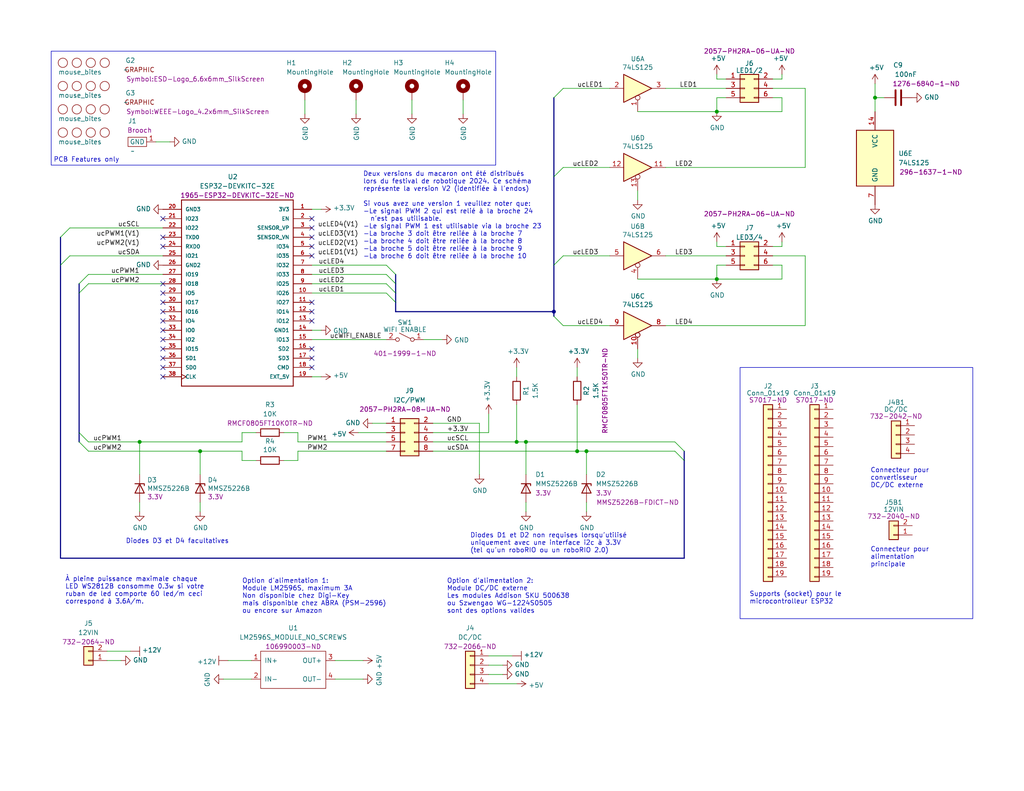
<source format=kicad_sch>
(kicad_sch (version 20230121) (generator eeschema)
  (paper "USLetter")
  (title_block (title "RIO2RGB - Interface PWM à led adressable WS2812B") (date "2024-03-05") (rev "2") (company "(C) 2024 LES AIGLES D'OR 9234") (comment 1 "ÉCOLE SECONDAIRE HONORÉ-MERCIER") (comment 2 "LICENSED UNDER CC BY-NC-SA 4.0") (comment 4 "Tous les numéros de pièces se terminant par -ND sont disponibles chez Digi-Key"))
  (lib_symbols
    (symbol "74xx:74LS125" (pin_names (offset 1.016))
      (property "Reference" "U" (at 0 1.27 0))
      (property "Value" "74LS125" (at 0 -1.27 0))
      (symbol "74LS125_1_0"
        (polyline (pts (xy -3.81 3.81) (xy -3.81 -3.81) (xy 3.81 0) (xy -3.81 3.81)) (stroke (width 0.254)) (fill (type background)))
        (pin input inverted (at 0 -6.35 90) (length 4.445) (name "~") (number "1"))
        (pin input line (at -7.62 0 0) (length 3.81) (name "~") (number "2"))
        (pin tri_state line (at 7.62 0 180) (length 3.81) (name "~") (number "3"))
      )
      (symbol "74LS125_2_0"
        (polyline (pts (xy -3.81 3.81) (xy -3.81 -3.81) (xy 3.81 0) (xy -3.81 3.81)) (stroke (width 0.254)) (fill (type background)))
        (pin input inverted (at 0 -6.35 90) (length 4.445) (name "~") (number "4"))
        (pin input line (at -7.62 0 0) (length 3.81) (name "~") (number "5"))
        (pin tri_state line (at 7.62 0 180) (length 3.81) (name "~") (number "6"))
      )
      (symbol "74LS125_3_0"
        (polyline (pts (xy -3.81 3.81) (xy -3.81 -3.81) (xy 3.81 0) (xy -3.81 3.81)) (stroke (width 0.254)) (fill (type background)))
        (pin input inverted (at 0 -6.35 90) (length 4.445) (name "~") (number "10"))
        (pin tri_state line (at 7.62 0 180) (length 3.81) (name "~") (number "8"))
        (pin input line (at -7.62 0 0) (length 3.81) (name "~") (number "9"))
      )
      (symbol "74LS125_4_0"
        (polyline (pts (xy -3.81 3.81) (xy -3.81 -3.81) (xy 3.81 0) (xy -3.81 3.81)) (stroke (width 0.254)) (fill (type background)))
        (pin tri_state line (at 7.62 0 180) (length 3.81) (name "~") (number "11"))
        (pin input line (at -7.62 0 0) (length 3.81) (name "~") (number "12"))
        (pin input inverted (at 0 -6.35 90) (length 4.445) (name "~") (number "13"))
      )
      (symbol "74LS125_5_0"
        (pin power_in line (at 0 12.7 270) (length 5.08) (name "VCC") (number "14"))
        (pin power_in line (at 0 -12.7 90) (length 5.08) (name "GND") (number "7"))
      )
      (symbol "74LS125_5_1"
        (rectangle (start -5.08 7.62) (end 5.08 -7.62) (stroke (width 0.254)) (fill (type background)))
      )
    )
    (symbol "Connector_Generic:Conn_01x02" (pin_names (offset 1.016) hide)
      (property "Reference" "J" (at 0 2.54 0))
      (property "Value" "Conn_01x02" (at 0 -5.08 0))
      (symbol "Conn_01x02_1_1"
        (rectangle (start -1.27 -2.413) (end 0 -2.667) (stroke (width 0.1524)))
        (rectangle (start -1.27 0.127) (end 0 -0.127) (stroke (width 0.1524)))
        (rectangle (start -1.27 1.27) (end 1.27 -3.81) (stroke (width 0.254)) (fill (type background)))
        (pin passive line (at -5.08 0 0) (length 3.81) (name "Pin_1") (number "1"))
        (pin passive line (at -5.08 -2.54 0) (length 3.81) (name "Pin_2") (number "2"))
      )
    )
    (symbol "Connector_Generic:Conn_01x04" (pin_names (offset 1.016) hide)
      (property "Reference" "J" (at 0 5.08 0))
      (property "Value" "Conn_01x04" (at 0 -7.62 0))
      (symbol "Conn_01x04_1_1"
        (rectangle (start -1.27 -4.953) (end 0 -5.207) (stroke (width 0.1524)))
        (rectangle (start -1.27 -2.413) (end 0 -2.667) (stroke (width 0.1524)))
        (rectangle (start -1.27 0.127) (end 0 -0.127) (stroke (width 0.1524)))
        (rectangle (start -1.27 2.667) (end 0 2.413) (stroke (width 0.1524)))
        (rectangle (start -1.27 3.81) (end 1.27 -6.35) (stroke (width 0.254)) (fill (type background)))
        (pin passive line (at -5.08 2.54 0) (length 3.81) (name "Pin_1") (number "1"))
        (pin passive line (at -5.08 0 0) (length 3.81) (name "Pin_2") (number "2"))
        (pin passive line (at -5.08 -2.54 0) (length 3.81) (name "Pin_3") (number "3"))
        (pin passive line (at -5.08 -5.08 0) (length 3.81) (name "Pin_4") (number "4"))
      )
    )
    (symbol "Connector_Generic:Conn_01x19" (pin_names (offset 1.016) hide)
      (property "Reference" "J" (at 0 25.4 0))
      (property "Value" "Conn_01x19" (at 0 -25.4 0))
      (symbol "Conn_01x19_1_1"
        (rectangle (start -1.27 -22.733) (end 0 -22.987) (stroke (width 0.1524)))
        (rectangle (start -1.27 -20.193) (end 0 -20.447) (stroke (width 0.1524)))
        (rectangle (start -1.27 -17.653) (end 0 -17.907) (stroke (width 0.1524)))
        (rectangle (start -1.27 -15.113) (end 0 -15.367) (stroke (width 0.1524)))
        (rectangle (start -1.27 -12.573) (end 0 -12.827) (stroke (width 0.1524)))
        (rectangle (start -1.27 -10.033) (end 0 -10.287) (stroke (width 0.1524)))
        (rectangle (start -1.27 -7.493) (end 0 -7.747) (stroke (width 0.1524)))
        (rectangle (start -1.27 -4.953) (end 0 -5.207) (stroke (width 0.1524)))
        (rectangle (start -1.27 -2.413) (end 0 -2.667) (stroke (width 0.1524)))
        (rectangle (start -1.27 0.127) (end 0 -0.127) (stroke (width 0.1524)))
        (rectangle (start -1.27 2.667) (end 0 2.413) (stroke (width 0.1524)))
        (rectangle (start -1.27 5.207) (end 0 4.953) (stroke (width 0.1524)))
        (rectangle (start -1.27 7.747) (end 0 7.493) (stroke (width 0.1524)))
        (rectangle (start -1.27 10.287) (end 0 10.033) (stroke (width 0.1524)))
        (rectangle (start -1.27 12.827) (end 0 12.573) (stroke (width 0.1524)))
        (rectangle (start -1.27 15.367) (end 0 15.113) (stroke (width 0.1524)))
        (rectangle (start -1.27 17.907) (end 0 17.653) (stroke (width 0.1524)))
        (rectangle (start -1.27 20.447) (end 0 20.193) (stroke (width 0.1524)))
        (rectangle (start -1.27 22.987) (end 0 22.733) (stroke (width 0.1524)))
        (rectangle (start -1.27 24.13) (end 1.27 -24.13) (stroke (width 0.254)) (fill (type background)))
        (pin passive line (at -5.08 22.86 0) (length 3.81) (name "Pin_1") (number "1"))
        (pin passive line (at -5.08 0 0) (length 3.81) (name "Pin_10") (number "10"))
        (pin passive line (at -5.08 -2.54 0) (length 3.81) (name "Pin_11") (number "11"))
        (pin passive line (at -5.08 -5.08 0) (length 3.81) (name "Pin_12") (number "12"))
        (pin passive line (at -5.08 -7.62 0) (length 3.81) (name "Pin_13") (number "13"))
        (pin passive line (at -5.08 -10.16 0) (length 3.81) (name "Pin_14") (number "14"))
        (pin passive line (at -5.08 -12.7 0) (length 3.81) (name "Pin_15") (number "15"))
        (pin passive line (at -5.08 -15.24 0) (length 3.81) (name "Pin_16") (number "16"))
        (pin passive line (at -5.08 -17.78 0) (length 3.81) (name "Pin_17") (number "17"))
        (pin passive line (at -5.08 -20.32 0) (length 3.81) (name "Pin_18") (number "18"))
        (pin passive line (at -5.08 -22.86 0) (length 3.81) (name "Pin_19") (number "19"))
        (pin passive line (at -5.08 20.32 0) (length 3.81) (name "Pin_2") (number "2"))
        (pin passive line (at -5.08 17.78 0) (length 3.81) (name "Pin_3") (number "3"))
        (pin passive line (at -5.08 15.24 0) (length 3.81) (name "Pin_4") (number "4"))
        (pin passive line (at -5.08 12.7 0) (length 3.81) (name "Pin_5") (number "5"))
        (pin passive line (at -5.08 10.16 0) (length 3.81) (name "Pin_6") (number "6"))
        (pin passive line (at -5.08 7.62 0) (length 3.81) (name "Pin_7") (number "7"))
        (pin passive line (at -5.08 5.08 0) (length 3.81) (name "Pin_8") (number "8"))
        (pin passive line (at -5.08 2.54 0) (length 3.81) (name "Pin_9") (number "9"))
      )
    )
    (symbol "Connector_Generic:Conn_02x03_Odd_Even" (pin_names (offset 1.016) hide)
      (property "Reference" "J" (at 1.27 5.08 0))
      (property "Value" "Conn_02x03_Odd_Even" (at 1.27 -5.08 0))
      (symbol "Conn_02x03_Odd_Even_1_1"
        (rectangle (start -1.27 -2.413) (end 0 -2.667) (stroke (width 0.1524)))
        (rectangle (start -1.27 0.127) (end 0 -0.127) (stroke (width 0.1524)))
        (rectangle (start -1.27 2.667) (end 0 2.413) (stroke (width 0.1524)))
        (rectangle (start -1.27 3.81) (end 3.81 -3.81) (stroke (width 0.254)) (fill (type background)))
        (rectangle (start 3.81 -2.413) (end 2.54 -2.667) (stroke (width 0.1524)))
        (rectangle (start 3.81 0.127) (end 2.54 -0.127) (stroke (width 0.1524)))
        (rectangle (start 3.81 2.667) (end 2.54 2.413) (stroke (width 0.1524)))
        (pin passive line (at -5.08 2.54 0) (length 3.81) (name "Pin_1") (number "1"))
        (pin passive line (at 7.62 2.54 180) (length 3.81) (name "Pin_2") (number "2"))
        (pin passive line (at -5.08 0 0) (length 3.81) (name "Pin_3") (number "3"))
        (pin passive line (at 7.62 0 180) (length 3.81) (name "Pin_4") (number "4"))
        (pin passive line (at -5.08 -2.54 0) (length 3.81) (name "Pin_5") (number "5"))
        (pin passive line (at 7.62 -2.54 180) (length 3.81) (name "Pin_6") (number "6"))
      )
    )
    (symbol "Connector_Generic:Conn_02x04_Odd_Even" (pin_names (offset 1.016) hide)
      (property "Reference" "J" (at 1.27 5.08 0))
      (property "Value" "Conn_02x04_Odd_Even" (at 1.27 -7.62 0))
      (symbol "Conn_02x04_Odd_Even_1_1"
        (rectangle (start -1.27 -4.953) (end 0 -5.207) (stroke (width 0.1524)))
        (rectangle (start -1.27 -2.413) (end 0 -2.667) (stroke (width 0.1524)))
        (rectangle (start -1.27 0.127) (end 0 -0.127) (stroke (width 0.1524)))
        (rectangle (start -1.27 2.667) (end 0 2.413) (stroke (width 0.1524)))
        (rectangle (start -1.27 3.81) (end 3.81 -6.35) (stroke (width 0.254)) (fill (type background)))
        (rectangle (start 3.81 -4.953) (end 2.54 -5.207) (stroke (width 0.1524)))
        (rectangle (start 3.81 -2.413) (end 2.54 -2.667) (stroke (width 0.1524)))
        (rectangle (start 3.81 0.127) (end 2.54 -0.127) (stroke (width 0.1524)))
        (rectangle (start 3.81 2.667) (end 2.54 2.413) (stroke (width 0.1524)))
        (pin passive line (at -5.08 2.54 0) (length 3.81) (name "Pin_1") (number "1"))
        (pin passive line (at 7.62 2.54 180) (length 3.81) (name "Pin_2") (number "2"))
        (pin passive line (at -5.08 0 0) (length 3.81) (name "Pin_3") (number "3"))
        (pin passive line (at 7.62 0 180) (length 3.81) (name "Pin_4") (number "4"))
        (pin passive line (at -5.08 -2.54 0) (length 3.81) (name "Pin_5") (number "5"))
        (pin passive line (at 7.62 -2.54 180) (length 3.81) (name "Pin_6") (number "6"))
        (pin passive line (at -5.08 -5.08 0) (length 3.81) (name "Pin_7") (number "7"))
        (pin passive line (at 7.62 -5.08 180) (length 3.81) (name "Pin_8") (number "8"))
      )
    )
    (symbol "Device:C" (pin_numbers hide) (pin_names (offset 0.254))
      (property "Reference" "C" (at 0.635 2.54 0))
      (property "Value" "C" (at 0.635 -2.54 0))
      (symbol "C_0_1"
        (polyline (pts (xy -2.032 -0.762) (xy 2.032 -0.762)) (stroke (width 0.508)))
        (polyline (pts (xy -2.032 0.762) (xy 2.032 0.762)) (stroke (width 0.508)))
      )
      (symbol "C_1_1"
        (pin passive line (at 0 3.81 270) (length 2.794) (name "~") (number "1"))
        (pin passive line (at 0 -3.81 90) (length 2.794) (name "~") (number "2"))
      )
    )
    (symbol "Device:R" (pin_numbers hide) (pin_names (offset 0))
      (property "Reference" "R" (at 2.032 0 90))
      (property "Value" "R" (at 0 0 90))
      (symbol "R_0_1"
        (rectangle (start -1.016 -2.54) (end 1.016 2.54) (stroke (width 0.254)))
      )
      (symbol "R_1_1"
        (pin passive line (at 0 3.81 270) (length 1.27) (name "~") (number "1"))
        (pin passive line (at 0 -3.81 90) (length 1.27) (name "~") (number "2"))
      )
    )
    (symbol "Diode:1N47xxA" (pin_numbers hide) (pin_names hide)
      (property "Reference" "D" (at 0 2.54 0))
      (property "Value" "1N47xxA" (at 0 -2.54 0))
      (symbol "1N47xxA_0_1"
        (polyline (pts (xy 1.27 0) (xy -1.27 0)))
        (polyline (pts (xy -1.27 -1.27) (xy -1.27 1.27) (xy -0.762 1.27)) (stroke (width 0.254)))
        (polyline (pts (xy 1.27 -1.27) (xy 1.27 1.27) (xy -1.27 0) (xy 1.27 -1.27)) (stroke (width 0.254)))
      )
      (symbol "1N47xxA_1_1"
        (pin passive line (at -3.81 0 0) (length 2.54) (name "K") (number "1"))
        (pin passive line (at 3.81 0 180) (length 2.54) (name "A") (number "2"))
      )
    )
    (symbol "FL:+12V" (power) (pin_names (offset 0))
      (property "Value" "+12V" (at 0 3.556 0))
      (symbol "+12V_0_1"
        (polyline (pts (xy -1.27 2.54) (xy 1.27 2.54)))
        (polyline (pts (xy 0 0) (xy 0 2.54)))
      )
      (symbol "+12V_1_1"
        (pin power_in line (at 0 0 90) (length 0) hide (name "+12V") (number "1"))
      )
    )
    (symbol "FL:Broche_25mm"
      (property "Reference" "J" (at -5.08 2.54 0))
      (symbol "Broche_25mm_0_1"
        (rectangle (start 0 -1.27) (end -5.08 1.27))
      )
      (symbol "Broche_25mm_1_1"
        (pin power_in line (at 2.54 0 180) (length 2.54) (name "GND") (number "1"))
      )
    )
    (symbol "FL:ESP32-DEVKITC-32D" (pin_names (offset 1.016))
      (property "Reference" "U" (at -15.2654 26.0604 0))
      (property "Value" "ESP32-DEVKITC-32D" (at -15.2654 -27.9654 0))
      (symbol "ESP32-DEVKITC-32D_0_0"
        (polyline (pts (xy -15.24 -25.4) (xy -15.24 25.4)) (stroke (width 0.254)))
        (polyline (pts (xy -15.24 25.4) (xy 15.24 25.4)) (stroke (width 0.254)))
        (polyline (pts (xy 15.24 -25.4) (xy -15.24 -25.4)) (stroke (width 0.254)))
        (polyline (pts (xy 15.24 25.4) (xy 15.24 -25.4)) (stroke (width 0.254)))
        (pin power_in line (at -20.32 22.86 0) (length 5.08) (name "3V3") (number "1"))
        (pin bidirectional line (at -20.32 0 0) (length 5.08) (name "IO26") (number "10"))
        (pin bidirectional line (at -20.32 -2.54 0) (length 5.08) (name "IO27") (number "11"))
        (pin bidirectional line (at -20.32 -5.08 0) (length 5.08) (name "IO14") (number "12"))
        (pin bidirectional line (at -20.32 -7.62 0) (length 5.08) (name "IO12") (number "13"))
        (pin power_in line (at -20.32 -10.16 0) (length 5.08) (name "GND1") (number "14"))
        (pin bidirectional line (at -20.32 -12.7 0) (length 5.08) (name "IO13") (number "15"))
        (pin bidirectional line (at -20.32 -15.24 0) (length 5.08) (name "SD2") (number "16"))
        (pin bidirectional line (at -20.32 -17.78 0) (length 5.08) (name "SD3") (number "17"))
        (pin bidirectional line (at -20.32 -20.32 0) (length 5.08) (name "CMD") (number "18"))
        (pin power_in line (at -20.32 -22.86 0) (length 5.08) (name "EXT_5V") (number "19"))
        (pin input line (at -20.32 20.32 0) (length 5.08) (name "EN") (number "2"))
        (pin power_in line (at 20.32 22.86 180) (length 5.08) (name "GND3") (number "20"))
        (pin bidirectional line (at 20.32 20.32 180) (length 5.08) (name "IO23") (number "21"))
        (pin bidirectional line (at 20.32 17.78 180) (length 5.08) (name "IO22") (number "22"))
        (pin output line (at 20.32 15.24 180) (length 5.08) (name "TXD0") (number "23"))
        (pin input line (at 20.32 12.7 180) (length 5.08) (name "RXD0") (number "24"))
        (pin bidirectional line (at 20.32 10.16 180) (length 5.08) (name "IO21") (number "25"))
        (pin power_in line (at 20.32 7.62 180) (length 5.08) (name "GND2") (number "26"))
        (pin bidirectional line (at 20.32 5.08 180) (length 5.08) (name "IO19") (number "27"))
        (pin bidirectional line (at 20.32 2.54 180) (length 5.08) (name "IO18") (number "28"))
        (pin bidirectional line (at 20.32 0 180) (length 5.08) (name "IO5") (number "29"))
        (pin input line (at -20.32 17.78 0) (length 5.08) (name "SENSOR_VP") (number "3"))
        (pin bidirectional line (at 20.32 -2.54 180) (length 5.08) (name "IO17") (number "30"))
        (pin bidirectional line (at 20.32 -5.08 180) (length 5.08) (name "IO16") (number "31"))
        (pin bidirectional line (at 20.32 -7.62 180) (length 5.08) (name "IO4") (number "32"))
        (pin bidirectional line (at 20.32 -10.16 180) (length 5.08) (name "IO0") (number "33"))
        (pin bidirectional line (at 20.32 -12.7 180) (length 5.08) (name "IO2") (number "34"))
        (pin bidirectional line (at 20.32 -15.24 180) (length 5.08) (name "IO15") (number "35"))
        (pin bidirectional line (at 20.32 -17.78 180) (length 5.08) (name "SD1") (number "36"))
        (pin bidirectional line (at 20.32 -20.32 180) (length 5.08) (name "SD0") (number "37"))
        (pin input clock (at 20.32 -22.86 180) (length 5.08) (name "CLK") (number "38"))
        (pin input line (at -20.32 15.24 0) (length 5.08) (name "SENSOR_VN") (number "4"))
        (pin bidirectional line (at -20.32 12.7 0) (length 5.08) (name "IO34") (number "5"))
        (pin bidirectional line (at -20.32 10.16 0) (length 5.08) (name "IO35") (number "6"))
        (pin bidirectional line (at -20.32 7.62 0) (length 5.08) (name "IO32") (number "7"))
        (pin bidirectional line (at -20.32 5.08 0) (length 5.08) (name "IO33") (number "8"))
        (pin bidirectional line (at -20.32 2.54 0) (length 5.08) (name "IO25") (number "9"))
      )
    )
    (symbol "FL:GRAPHIC"
      (property "Reference" "G" (at 0 2.54 0))
      (symbol "GRAPHIC_1_1"
        (text "GRAPHIC" (at 3.81 0 0) (effects (font (size 1.27 1.27))))
      )
    )
    (symbol "FL:LM2596S_MODULE_NO_SCREWS" (pin_names (offset 1.016))
      (property "Reference" "U" (at 0 -3.81 0))
      (property "Value" "LM2596S_MODULE_NO_SCREWS" (at 0 -3.81 0))
      (symbol "LM2596S_MODULE_NO_SCREWS_0_1"
        (rectangle (start -8.89 5.08) (end 8.89 -5.08))
      )
      (symbol "LM2596S_MODULE_NO_SCREWS_1_1"
        (pin power_in line (at -11.43 2.54 0) (length 2.54) (name "IN+") (number "1"))
        (pin power_in line (at -11.43 -2.54 0) (length 2.54) (name "IN-") (number "2"))
        (pin power_out line (at 11.43 2.54 180) (length 2.54) (name "OUT+") (number "3"))
        (pin power_out line (at 11.43 -2.54 180) (length 2.54) (name "OUT-") (number "4"))
      )
    )
    (symbol "FL:mouse_bites" (pin_names (offset 1.016))
      (property "Value" "mouse_bites" (at 0 -2.54 0))
      (symbol "mouse_bites_0_1"
        (circle (center 1.27 0) (radius 1.27))
        (circle (center 5.08 0) (radius 1.27))
        (circle (center 8.89 0) (radius 1.27))
        (circle (center 12.7 0) (radius 1.27))
      )
    )
    (symbol "Mechanical:MountingHole_Pad" (pin_numbers hide) (pin_names (offset 1.016) hide)
      (property "Reference" "H" (at 0 6.35 0))
      (property "Value" "MountingHole_Pad" (at 0 4.445 0))
      (symbol "MountingHole_Pad_0_1"
        (circle (center 0 1.27) (radius 1.27) (stroke (width 1.27)))
      )
      (symbol "MountingHole_Pad_1_1"
        (pin input line (at 0 -2.54 90) (length 2.54) (name "1") (number "1"))
      )
    )
    (symbol "Switch:SW_SPST" (pin_names (offset 0) hide)
      (property "Reference" "SW" (at 0 3.175 0))
      (property "Value" "SW_SPST" (at 0 -2.54 0))
      (symbol "SW_SPST_0_0"
        (circle (center -2.032 0) (radius 0.508))
        (polyline (pts (xy -1.524 0.254) (xy 1.524 1.778)))
        (circle (center 2.032 0) (radius 0.508))
      )
      (symbol "SW_SPST_1_1"
        (pin passive line (at -5.08 0 0) (length 2.54) (name "A") (number "1"))
        (pin passive line (at 5.08 0 180) (length 2.54) (name "B") (number "2"))
      )
    )
    (symbol "power:+3.3V" (power) (pin_names (offset 0))
      (property "Value" "+3.3V" (at 0 3.556 0))
      (symbol "+3.3V_0_1"
        (polyline (pts (xy -0.762 1.27) (xy 0 2.54)))
        (polyline (pts (xy 0 0) (xy 0 2.54)))
        (polyline (pts (xy 0 2.54) (xy 0.762 1.27)))
      )
      (symbol "+3.3V_1_1"
        (pin power_in line (at 0 0 90) (length 0) hide (name "+3.3V") (number "1"))
      )
    )
    (symbol "power:+5V" (power) (pin_names (offset 0))
      (property "Value" "+5V" (at 0 3.556 0))
      (symbol "+5V_0_1"
        (polyline (pts (xy -0.762 1.27) (xy 0 2.54)))
        (polyline (pts (xy 0 0) (xy 0 2.54)))
        (polyline (pts (xy 0 2.54) (xy 0.762 1.27)))
      )
      (symbol "+5V_1_1"
        (pin power_in line (at 0 0 90) (length 0) hide (name "+5V") (number "1"))
      )
    )
    (symbol "power:GND" (power) (pin_names (offset 0))
      (property "Value" "GND" (at 0 -3.81 0))
      (symbol "GND_0_1"
        (polyline (pts (xy 0 0) (xy 0 -1.27) (xy 1.27 -1.27) (xy 0 -2.54) (xy -1.27 -1.27) (xy 0 -1.27)))
      )
      (symbol "GND_1_1"
        (pin power_in line (at 0 0 270) (length 0) hide (name "GND") (number "1"))
      )
    )
  )
  (junction (at 157.48 123.19))
  (junction (at 160.02 123.19))
  (junction (at 238.76 26.67))
  (junction (at 38.1 120.65))
  (junction (at 140.97 120.65))
  (junction (at 195.58 30.48))
  (junction (at 151.13 85.09))
  (junction (at 195.58 76.2))
  (junction (at 143.51 120.65))
  (junction (at 54.61 123.19))
  (no_connect (at 85.09 64.77))
  (no_connect (at 44.45 95.25))
  (no_connect (at 44.45 90.17))
  (no_connect (at 44.45 59.69))
  (no_connect (at 44.45 80.01))
  (no_connect (at 44.45 87.63))
  (no_connect (at 85.09 95.25))
  (no_connect (at 44.45 102.87))
  (no_connect (at 85.09 62.23))
  (no_connect (at 44.45 77.47))
  (no_connect (at 85.09 85.09))
  (no_connect (at 44.45 67.31))
  (no_connect (at 85.09 82.55))
  (no_connect (at 85.09 67.31))
  (no_connect (at 44.45 100.33))
  (no_connect (at 44.45 97.79))
  (no_connect (at 44.45 82.55))
  (no_connect (at 85.09 100.33))
  (no_connect (at 85.09 59.69))
  (no_connect (at 85.09 87.63))
  (no_connect (at 44.45 92.71))
  (no_connect (at 85.09 97.79))
  (no_connect (at 85.09 69.85))
  (no_connect (at 44.45 64.77))
  (no_connect (at 44.45 85.09))
  (bus_entry (at 105.41 74.93) (size 2.54 2.54))
  (bus_entry (at 24.13 77.47) (size -2.54 2.54))
  (bus_entry (at 153.67 24.13) (size -2.54 2.54))
  (bus_entry (at 24.13 120.65) (size -2.54 -2.54))
  (bus_entry (at 153.67 45.72) (size -2.54 2.54))
  (bus_entry (at 19.05 69.85) (size -2.54 2.54))
  (bus_entry (at 184.15 123.19) (size 2.54 2.54))
  (bus_entry (at 24.13 74.93) (size -2.54 2.54))
  (bus_entry (at 184.15 120.65) (size 2.54 2.54))
  (bus_entry (at 105.41 72.39) (size 2.54 2.54))
  (bus_entry (at 153.67 69.85) (size -2.54 2.54))
  (bus_entry (at 105.41 80.01) (size 2.54 2.54))
  (bus_entry (at 153.67 88.9) (size -2.54 -2.54))
  (bus_entry (at 105.41 77.47) (size 2.54 2.54))
  (bus_entry (at 24.13 123.19) (size -2.54 -2.54))
  (bus_entry (at 19.05 62.23) (size -2.54 2.54))
  (wire (pts (xy 35.56 177.8) (xy 29.21 177.8)))
  (wire (pts (xy 120.65 92.71) (xy 115.57 92.71)))
  (wire (pts (xy 38.1 120.65) (xy 66.04 120.65)))
  (bus (pts (xy 151.13 72.39) (xy 151.13 85.09)))
  (bus (pts (xy 186.69 125.73) (xy 186.69 152.4)))
  (bus (pts (xy 151.13 26.67) (xy 151.13 48.26)))
  (wire (pts (xy 69.85 118.11) (xy 66.04 118.11)))
  (wire (pts (xy 213.36 66.04) (xy 213.36 67.31)))
  (wire (pts (xy 198.12 72.39) (xy 195.58 72.39)))
  (wire (pts (xy 105.41 77.47) (xy 85.09 77.47)))
  (wire (pts (xy 213.36 20.32) (xy 213.36 21.59)))
  (wire (pts (xy 19.05 62.23) (xy 44.45 62.23)))
  (wire (pts (xy 118.11 120.65) (xy 140.97 120.65)))
  (wire (pts (xy 133.35 186.69) (xy 140.97 186.69)))
  (wire (pts (xy 166.37 24.13) (xy 153.67 24.13)))
  (wire (pts (xy 195.58 67.31) (xy 195.58 66.04)))
  (wire (pts (xy 44.45 77.47) (xy 24.13 77.47)))
  (wire (pts (xy 195.58 76.2) (xy 213.36 76.2)))
  (bus (pts (xy 186.69 123.19) (xy 186.69 125.73)))
  (wire (pts (xy 105.41 72.39) (xy 85.09 72.39)))
  (wire (pts (xy 213.36 26.67) (xy 210.82 26.67)))
  (wire (pts (xy 195.58 26.67) (xy 195.58 30.48)))
  (wire (pts (xy 195.58 21.59) (xy 195.58 20.32)))
  (bus (pts (xy 107.95 82.55) (xy 107.95 85.09)))
  (wire (pts (xy 173.99 30.48) (xy 195.58 30.48)))
  (wire (pts (xy 81.28 120.65) (xy 105.41 120.65)))
  (wire (pts (xy 97.155 27.305) (xy 97.155 31.115)))
  (wire (pts (xy 46.355 38.735) (xy 42.545 38.735)))
  (bus (pts (xy 21.59 77.47) (xy 21.59 80.01)))
  (bus (pts (xy 186.69 152.4) (xy 16.51 152.4)))
  (wire (pts (xy 85.09 57.15) (xy 87.63 57.15)))
  (wire (pts (xy 118.11 118.11) (xy 133.35 118.11)))
  (wire (pts (xy 83.185 27.305) (xy 83.185 31.115)))
  (bus (pts (xy 21.59 118.11) (xy 21.59 120.65)))
  (wire (pts (xy 139.7 179.07) (xy 133.35 179.07)))
  (wire (pts (xy 105.41 118.11) (xy 97.79 118.11)))
  (wire (pts (xy 81.28 118.11) (xy 81.28 120.65)))
  (wire (pts (xy 112.395 27.305) (xy 112.395 31.115)))
  (bus (pts (xy 16.51 72.39) (xy 16.51 152.4)))
  (wire (pts (xy 210.82 21.59) (xy 213.36 21.59)))
  (wire (pts (xy 140.97 120.65) (xy 143.51 120.65)))
  (wire (pts (xy 19.05 69.85) (xy 44.45 69.85)))
  (wire (pts (xy 143.51 129.54) (xy 143.51 120.65)))
  (wire (pts (xy 160.02 137.16) (xy 160.02 139.7)))
  (wire (pts (xy 99.06 185.42) (xy 91.44 185.42)))
  (wire (pts (xy 166.37 69.85) (xy 153.67 69.85)))
  (wire (pts (xy 198.12 21.59) (xy 195.58 21.59)))
  (wire (pts (xy 219.71 88.9) (xy 219.71 69.85)))
  (wire (pts (xy 126.365 27.305) (xy 126.365 31.115)))
  (bus (pts (xy 151.13 48.26) (xy 151.13 72.39)))
  (wire (pts (xy 118.11 115.57) (xy 130.81 115.57)))
  (wire (pts (xy 181.61 69.85) (xy 198.12 69.85)))
  (wire (pts (xy 38.1 137.16) (xy 38.1 139.7)))
  (wire (pts (xy 38.1 120.65) (xy 38.1 129.54)))
  (wire (pts (xy 24.13 123.19) (xy 54.61 123.19)))
  (wire (pts (xy 219.71 24.13) (xy 210.82 24.13)))
  (wire (pts (xy 105.41 74.93) (xy 85.09 74.93)))
  (wire (pts (xy 173.99 76.2) (xy 195.58 76.2)))
  (wire (pts (xy 238.76 26.67) (xy 238.76 30.48)))
  (wire (pts (xy 213.36 76.2) (xy 213.36 72.39)))
  (wire (pts (xy 140.97 100.33) (xy 140.97 102.87)))
  (wire (pts (xy 213.36 67.31) (xy 210.82 67.31)))
  (wire (pts (xy 29.21 180.34) (xy 33.02 180.34)))
  (wire (pts (xy 62.23 180.34) (xy 68.58 180.34)))
  (wire (pts (xy 143.51 120.65) (xy 184.15 120.65)))
  (wire (pts (xy 181.61 24.13) (xy 198.12 24.13)))
  (wire (pts (xy 157.48 123.19) (xy 157.48 110.49)))
  (wire (pts (xy 181.61 88.9) (xy 219.71 88.9)))
  (wire (pts (xy 105.41 123.19) (xy 81.28 123.19)))
  (wire (pts (xy 195.58 72.39) (xy 195.58 76.2)))
  (wire (pts (xy 91.44 180.34) (xy 99.06 180.34)))
  (wire (pts (xy 238.76 22.86) (xy 238.76 26.67)))
  (wire (pts (xy 66.04 118.11) (xy 66.04 120.65)))
  (wire (pts (xy 143.51 137.16) (xy 143.51 139.7)))
  (wire (pts (xy 210.82 69.85) (xy 219.71 69.85)))
  (wire (pts (xy 81.28 123.19) (xy 81.28 125.73)))
  (bus (pts (xy 107.95 85.09) (xy 151.13 85.09)))
  (wire (pts (xy 166.37 88.9) (xy 153.67 88.9)))
  (wire (pts (xy 195.58 30.48) (xy 213.36 30.48)))
  (wire (pts (xy 140.97 120.65) (xy 140.97 110.49)))
  (wire (pts (xy 81.28 125.73) (xy 77.47 125.73)))
  (wire (pts (xy 133.35 184.15) (xy 137.16 184.15)))
  (wire (pts (xy 213.36 30.48) (xy 213.36 26.67)))
  (wire (pts (xy 105.41 115.57) (xy 101.6 115.57)))
  (wire (pts (xy 157.48 100.33) (xy 157.48 102.87)))
  (wire (pts (xy 160.02 129.54) (xy 160.02 123.19)))
  (wire (pts (xy 118.11 123.19) (xy 157.48 123.19)))
  (wire (pts (xy 133.35 181.61) (xy 137.16 181.61)))
  (wire (pts (xy 44.45 74.93) (xy 24.13 74.93)))
  (wire (pts (xy 54.61 123.19) (xy 54.61 129.54)))
  (wire (pts (xy 69.85 125.73) (xy 66.04 125.73)))
  (wire (pts (xy 166.37 45.72) (xy 153.67 45.72)))
  (bus (pts (xy 16.51 64.77) (xy 16.51 72.39)))
  (wire (pts (xy 24.13 120.65) (xy 38.1 120.65)))
  (wire (pts (xy 85.09 102.87) (xy 87.63 102.87)))
  (wire (pts (xy 198.12 26.67) (xy 195.58 26.67)))
  (wire (pts (xy 181.61 45.72) (xy 219.71 45.72)))
  (wire (pts (xy 213.36 72.39) (xy 210.82 72.39)))
  (wire (pts (xy 54.61 123.19) (xy 66.04 123.19)))
  (wire (pts (xy 219.71 45.72) (xy 219.71 24.13)))
  (bus (pts (xy 21.59 80.01) (xy 21.59 118.11)))
  (wire (pts (xy 77.47 118.11) (xy 81.28 118.11)))
  (wire (pts (xy 173.99 95.25) (xy 173.99 97.79)))
  (wire (pts (xy 105.41 92.71) (xy 85.09 92.71)))
  (wire (pts (xy 130.81 115.57) (xy 130.81 129.54)))
  (wire (pts (xy 133.35 118.11) (xy 133.35 113.03)))
  (bus (pts (xy 107.95 74.93) (xy 107.95 77.47)))
  (wire (pts (xy 160.02 123.19) (xy 184.15 123.19)))
  (bus (pts (xy 107.95 80.01) (xy 107.95 82.55)))
  (wire (pts (xy 173.99 52.07) (xy 173.99 54.61)))
  (wire (pts (xy 241.3 26.67) (xy 238.76 26.67)))
  (wire (pts (xy 198.12 67.31) (xy 195.58 67.31)))
  (wire (pts (xy 157.48 123.19) (xy 160.02 123.19)))
  (bus (pts (xy 151.13 85.09) (xy 151.13 86.36)))
  (wire (pts (xy 54.61 137.16) (xy 54.61 139.7)))
  (wire (pts (xy 66.04 123.19) (xy 66.04 125.73)))
  (wire (pts (xy 105.41 80.01) (xy 85.09 80.01)))
  (wire (pts (xy 60.96 185.42) (xy 68.58 185.42)))
  (wire (pts (xy 85.09 90.17) (xy 87.63 90.17)))
  (bus (pts (xy 107.95 77.47) (xy 107.95 80.01)))
  (rectangle (start 201.93 100.33) (end 265.43 168.91))
  (rectangle (start 13.97 13.97) (end 135.255 45.085))
  (text "Diodes D3 et D4 facultatives" (at 34.29 148.59 0) (effects (font (size 1.27 1.27)) (justify left bottom)))
  (text "Supports (socket) pour le\nmicrocontrolleur ESP32" (at 204.47 165.1 0) (effects (font (size 1.27 1.27)) (justify left bottom)))
  (text "PCB Features only" (at 14.605 44.45 0) (effects (font (size 1.27 1.27)) (justify left bottom)))
  (text "Connecteur pour\nconvertisseur\nDC/DC externe" (at 237.49 133.35 0) (effects (font (size 1.27 1.27)) (justify left bottom)))
  (text "Deux versions du macaron ont été distribués\nlors du festival de robotique 2024. Ce schéma\nreprésente la version V2 (identifiée à l'endos)\n\nSi vous avez une version 1 veuillez noter que:\n-Le signal PWM 2 qui est relié à la broche 24\n  n'est pas utilisable.\n-Le signal PWM 1 est utilisable via la broche 23\n-La broche 3 doit être reliée à la broche 7\n-La broche 4 doit être reliée à la broche 8\n-La broche 5 doit être reliée à la broche 9\n-La broche 6 doit être reliée à la broche 10\n\n\n" (at 99.06 74.93 0) (effects (font (size 1.27 1.27)) (justify left bottom)))
  (text "Diodes D1 et D2 non requises lorsqu'utilisé\nuniquement avec une interface i2c à 3.3V\n(tel qu'un roboRIO ou un roboRIO 2.0)" (at 128.27 151.13 0) (effects (font (size 1.27 1.27)) (justify left bottom)))
  (text "À pleine puissance maximale chaque\nLED WS2812B consomme 0.3w si votre\nruban de led comporte 60 led/m ceci\ncorrespond à 3.6A/m." (at 17.78 165.1 0) (effects (font (size 1.27 1.27)) (justify left bottom)))
  (text "Option d'alimentation 1:\nModule LM2596S, maximum 3A\nNon disponible chez Digi-Key\nmais disponible chez ABRA (PSM-2596)\nou encore sur Amazon\n" (at 66.04 167.64 0) (effects (font (size 1.27 1.27)) (justify left bottom)))
  (text "Option d'alimentation 2:\nModule DC/DC externe\nLes modules Addison SKU 500638\nou Szwengao WG-1224S0505\nsont des options valides" (at 121.92 167.64 0) (effects (font (size 1.27 1.27)) (justify left bottom)))
  (text "Connecteur pour\nalimentation\nprincipale" (at 237.49 154.94 0) (effects (font (size 1.27 1.27)) (justify left bottom)))
  (label "ucLED1" (at 157.48 24.13 0))
  (label "ucLED1(V1)" (at 97.79 69.85 180))
  (label "ucPWM1" (at 38.1 74.93 180))
  (label "LED3" (at 184.15 69.85 0))
  (label "ucLED3(V1)" (at 97.79 64.77 180))
  (label "PWM2" (at 83.82 123.19 0))
  (label "ucPWM2(V1)" (at 38.1 67.31 180))
  (label "PWM1" (at 83.82 120.65 0))
  (label "ucSDA" (at 121.92 123.19 0))
  (label "+3.3V" (at 121.92 118.11 0))
  (label "ucLED4" (at 157.48 88.9 0))
  (label "ucLED1" (at 93.98 80.01 180))
  (label "ucPWM2" (at 25.4 123.19 0))
  (label "ucSDA" (at 38.1 69.85 180))
  (label "ucLED3" (at 156.21 69.85 0))
  (label "ucSCL" (at 38.1 62.23 180))
  (label "ucWIFI_ENABLE" (at 104.14 92.71 180))
  (label "LED4" (at 184.15 88.9 0))
  (label "ucPWM1(V1)" (at 38.1 64.77 180))
  (label "LED2" (at 184.15 45.72 0))
  (label "ucLED2(V1)" (at 97.79 67.31 180))
  (label "GND" (at 121.92 115.57 0))
  (label "ucLED2" (at 93.98 77.47 180))
  (label "ucLED4" (at 93.98 72.39 180))
  (label "LED1" (at 185.42 24.13 0))
  (label "ucLED4(V1)" (at 97.79 62.23 180))
  (label "ucPWM2" (at 38.1 77.47 180))
  (label "ucPWM1" (at 25.4 120.65 0))
  (label "ucLED3" (at 93.98 74.93 180))
  (label "ucSCL" (at 121.92 120.65 0))
  (label "ucLED2" (at 156.21 45.72 0))
  (symbol (lib_id "power:GND") (at 120.65 92.71 90) (mirror x) (unit 1)
    (property "Reference" "#PWR03" (effects hide))
    (property "Value" "GND" (at 123.9012 92.837 90) (effects (justify right)))
  )
  (symbol (lib_id "power:+3.3V") (at 133.35 113.03 0) (mirror y) (unit 1)
    (property "Reference" "#PWR025" (effects hide))
    (property "Value" "+3.3V" (at 132.969 109.7788 90) (effects (justify left)))
  )
  (symbol (lib_id "power:GND") (at 160.02 139.7 0) (unit 1)
    (property "Reference" "#PWR02" (effects hide))
    (property "Value" "GND" (at 160.147 144.0942 0))
  )
  (symbol (lib_id "FL:mouse_bites") (at 15.875 17.145 0) (unit 1) (in_bom no)
    (property "Reference" "MB1" (effects hide))
    (property "Value" "mouse_bites" (at 15.875 19.685 0) (effects (justify left)))
    (property "Footprint" "FL:mousebite4x" (effects hide))
  )
  (symbol (lib_id "power:+5V") (at 238.76 22.86 0) (unit 1)
    (property "Reference" "#PWR038" (effects hide))
    (property "Value" "+5V" (at 239.141 18.4658 0))
  )
  (symbol (lib_id "Device:C") (at 245.11 26.67 270) (unit 1)
    (property "Reference" "C9" (at 246.38 17.78 90) (effects (justify right)))
    (property "Value" "100nF" (at 250.19 20.32 90) (effects (justify right)))
    (property "Footprint" "Capacitor_SMD:C_0805_2012Metric_Pad1.18x1.45mm_HandSolder" (effects hide))
    (property "Digikey PN" "1276-6840-1-ND" (at 252.73 22.86 90))
  )
  (symbol (lib_id "power:GND") (at 195.58 76.2 0) (unit 1)
    (property "Reference" "#PWR046" (effects hide))
    (property "Value" "GND" (at 195.707 80.5942 0))
  )
  (symbol (lib_id "Connector_Generic:Conn_02x03_Odd_Even") (at 203.2 69.85 0) (unit 1)
    (property "Reference" "J7" (at 204.47 62.23 0))
    (property "Value" "LED3/4" (at 204.47 64.77 0))
    (property "Footprint" "Connector_PinHeader_2.54mm:PinHeader_2x03_P2.54mm_Horizontal" (effects hide))
    (property "Digikey PN" "2057-PH2RA-06-UA-ND" (at 204.47 58.42 0))
  )
  (symbol (lib_id "power:+5V") (at 195.58 66.04 0) (unit 1)
    (property "Reference" "#PWR045" (effects hide))
    (property "Value" "+5V" (at 195.961 61.6458 0))
  )
  (symbol (lib_id "74xx:74LS125") (at 173.99 69.85 0) (unit 2)
    (property "Reference" "U6" (at 173.99 61.7982 0))
    (property "Value" "74LS125" (at 173.99 64.1096 0))
    (property "Footprint" "Package_SO:SOIC-14_3.9x8.7mm_P1.27mm" (effects hide))
    (property "Datasheet" "http://www.ti.com/lit/gpn/sn74LS125" (effects hide))
    (property "Digikey PN" "296-1637-1-ND" (effects hide))
  )
  (symbol (lib_id "power:GND") (at 38.1 139.7 0) (unit 1)
    (property "Reference" "#PWR04" (effects hide))
    (property "Value" "GND" (at 38.227 144.0942 0))
  )
  (symbol (lib_id "power:GND") (at 112.395 31.115 0) (unit 1)
    (property "Reference" "#PWR011" (effects hide))
    (property "Value" "GND" (at 112.522 34.3662 90) (effects (justify right)))
  )
  (symbol (lib_id "power:GND") (at 83.185 31.115 0) (unit 1)
    (property "Reference" "#PWR013" (effects hide))
    (property "Value" "GND" (at 83.312 34.3662 90) (effects (justify right)))
  )
  (symbol (lib_id "Connector_Generic:Conn_02x04_Odd_Even") (at 110.49 118.11 0) (unit 1)
    (property "Reference" "J9" (at 111.76 106.68 0))
    (property "Value" "I2C/PWM" (at 111.76 109.22 0))
    (property "Footprint" "Connector_PinHeader_2.54mm:PinHeader_2x04_P2.54mm_Horizontal" (effects hide))
    (property "Digikey PN" "2057-PH2RA-08-UA-ND" (at 110.49 111.76 0))
  )
  (symbol (lib_id "Connector_Generic:Conn_01x04") (at 244.475 118.745 0) (mirror y) (unit 1) (on_board no)
    (property "Reference" "J4B1" (at 244.475 109.855 0))
    (property "Value" "DC/DC" (at 244.475 111.76 0))
    (property "Digikey PN" "732-2042-ND" (at 244.475 113.665 0))
    (property "Field5" "BOM Only" (effects hide))
  )
  (symbol (lib_id "power:+5V") (at 195.58 20.32 0) (unit 1)
    (property "Reference" "#PWR041" (effects hide))
    (property "Value" "+5V" (at 195.961 15.9258 0))
  )
  (symbol (lib_id "FL:+12V") (at 139.7 179.07 270) (unit 1)
    (property "Reference" "#PWR030" (effects hide))
    (property "Value" "+12V" (at 142.875 178.7532 90) (effects (justify left)))
  )
  (symbol (lib_id "74xx:74LS125") (at 173.99 88.9 0) (unit 3)
    (property "Reference" "U6" (at 173.99 80.8482 0))
    (property "Value" "74LS125" (at 173.99 83.1596 0))
    (property "Footprint" "Package_SO:SOIC-14_3.9x8.7mm_P1.27mm" (effects hide))
    (property "Datasheet" "http://www.ti.com/lit/gpn/sn74LS125" (effects hide))
    (property "Digikey PN" "296-1637-1-ND" (effects hide))
  )
  (symbol (lib_id "power:GND") (at 46.355 38.735 90) (unit 1)
    (property "Reference" "#PWR023" (effects hide))
    (property "Value" "GND" (at 49.6062 38.608 90) (effects (justify right)))
  )
  (symbol (lib_id "Mechanical:MountingHole_Pad") (at 112.395 24.765 0) (unit 1) (in_bom no)
    (property "Reference" "H3" (at 107.315 17.145 0) (effects (justify left)))
    (property "Value" "MountingHole" (at 107.315 19.685 0) (effects (justify left)))
    (property "Footprint" "MountingHole:MountingHole_3.2mm_M3_Pad_Via" (effects hide))
  )
  (symbol (lib_id "FL:Broche_25mm") (at 40.005 38.735 0) (unit 1) (in_bom no)
    (property "Reference" "J1" (at 34.925 33.02 0) (effects (justify left)))
    (property "Value" "~" (at 36.195 41.275 0))
    (property "Footprint" "FL:Broche_25mm" (effects hide))
    (property "Field4" "Brooch" (at 38.1 35.56 0))
  )
  (symbol (lib_id "Connector_Generic:Conn_01x19") (at 209.55 134.62 0) (mirror y) (unit 1) (on_board no)
    (property "Reference" "J2" (at 209.55 105.41 0))
    (property "Value" "Conn_01x19" (at 209.55 107.315 0))
    (property "Digikey PN" "S7017-ND" (at 209.55 109.22 0))
  )
  (symbol (lib_id "power:+5V") (at 213.36 20.32 0) (mirror y) (unit 1)
    (property "Reference" "#PWR07" (effects hide))
    (property "Value" "+5V" (at 212.979 15.9258 0))
  )
  (symbol (lib_id "power:GND") (at 101.6 115.57 270) (mirror x) (unit 1)
    (property "Reference" "#PWR09" (effects hide))
    (property "Value" "GND" (at 98.3488 115.443 90) (effects (justify right)))
  )
  (symbol (lib_id "power:GND") (at 137.16 181.61 90) (unit 1)
    (property "Reference" "#PWR015" (effects hide))
    (property "Value" "GND" (at 140.4112 181.483 90) (effects (justify right)))
  )
  (symbol (lib_id "power:GND") (at 33.02 180.34 90) (unit 1)
    (property "Reference" "#PWR017" (effects hide))
    (property "Value" "GND" (at 36.2712 180.213 90) (effects (justify right)))
  )
  (symbol (lib_id "Connector_Generic:Conn_01x04") (at 128.27 181.61 0) (mirror y) (unit 1)
    (property "Reference" "J4" (at 128.27 171.45 0))
    (property "Value" "DC/DC" (at 128.27 173.99 0))
    (property "Footprint" "FL:Würth_691312510004_hangover" (effects hide))
    (property "Digikey PN" "732-2066-ND" (at 128.27 176.53 0))
  )
  (symbol (lib_id "power:+3.3V") (at 87.63 57.15 270) (mirror x) (unit 1)
    (property "Reference" "#PWR078" (effects hide))
    (property "Value" "+3.3V" (at 90.8812 56.769 90) (effects (justify left)))
  )
  (symbol (lib_id "power:GND") (at 143.51 139.7 0) (unit 1)
    (property "Reference" "#PWR016" (effects hide))
    (property "Value" "GND" (at 143.637 144.0942 0))
  )
  (symbol (lib_id "power:GND") (at 44.45 72.39 270) (mirror x) (unit 1)
    (property "Reference" "#PWR027" (effects hide))
    (property "Value" "GND" (at 41.1988 72.263 90) (effects (justify right)))
  )
  (symbol (lib_id "Connector_Generic:Conn_02x03_Odd_Even") (at 203.2 24.13 0) (unit 1)
    (property "Reference" "J6" (at 204.47 17.3101 0))
    (property "Value" "LED1/2" (at 204.47 19.2311 0))
    (property "Footprint" "Connector_PinHeader_2.54mm:PinHeader_2x03_P2.54mm_Horizontal" (effects hide))
    (property "Digikey PN" "2057-PH2RA-06-UA-ND" (at 204.47 13.97 0))
  )
  (symbol (lib_id "power:+5V") (at 99.06 180.34 270) (unit 1)
    (property "Reference" "#PWR020" (effects hide))
    (property "Value" "+5V" (at 103.4542 180.721 0))
  )
  (symbol (lib_id "Mechanical:MountingHole_Pad") (at 83.185 24.765 0) (unit 1) (in_bom no)
    (property "Reference" "H1" (at 78.105 17.145 0) (effects (justify left)))
    (property "Value" "MountingHole" (at 78.105 19.685 0) (effects (justify left)))
    (property "Footprint" "MountingHole:MountingHole_3.2mm_M3_Pad_Via" (effects hide))
  )
  (symbol (lib_id "FL:LM2596S_MODULE_NO_SCREWS") (at 80.01 182.88 0) (unit 1)
    (property "Reference" "U1" (at 80.01 171.45 0))
    (property "Value" "LM2596S_MODULE_NO_SCREWS" (at 80.01 173.99 0))
    (property "Footprint" "FL:LM2596S_MODULE_NO_POST" (effects hide))
    (property "Digikey PN" "106990003-ND" (at 80.01 176.53 0))
  )
  (symbol (lib_id "power:+5V") (at 140.97 186.69 270) (unit 1)
    (property "Reference" "#PWR029" (effects hide))
    (property "Value" "+5V" (at 144.2212 187.071 90) (effects (justify left)))
  )
  (symbol (lib_id "Switch:SW_SPST") (at 110.49 92.71 0) (mirror y) (unit 1)
    (property "Reference" "SW1" (at 110.49 88.0491 0))
    (property "Value" "WIFI ENABLE" (at 110.49 89.9701 0))
    (property "Footprint" "JS102011SAQN:SW_JS102011SAQN" (effects hide))
    (property "Digikey PN" "401-1999-1-ND" (at 110.49 96.52 0))
  )
  (symbol (lib_id "Diode:1N47xxA") (at 160.02 133.35 270) (unit 1)
    (property "Reference" "D2" (at 162.56 129.54 90) (effects (justify left)))
    (property "Value" "MMSZ5226B" (at 162.56 132.08 90) (effects (justify left)))
    (property "Footprint" "Diode_SMD:D_SOD-123" (effects hide))
    (property "Datasheet" "https://www.vishay.com/docs/85816/1n4728a.pdf" (effects hide))
    (property "Field4" "3.3V" (at 162.56 134.62 90) (effects (justify left)))
    (property "Digikey PN" "MMSZ5226B-FDICT-ND" (at 173.99 137.16 90))
  )
  (symbol (lib_id "power:GND") (at 137.16 184.15 90) (unit 1)
    (property "Reference" "#PWR028" (effects hide))
    (property "Value" "GND" (at 140.4112 184.023 90) (effects (justify right)))
  )
  (symbol (lib_id "power:GND") (at 238.76 55.88 0) (unit 1)
    (property "Reference" "#PWR039" (effects hide))
    (property "Value" "GND" (at 238.887 60.2742 0))
  )
  (symbol (lib_id "power:GND") (at 126.365 31.115 0) (unit 1)
    (property "Reference" "#PWR014" (effects hide))
    (property "Value" "GND" (at 126.492 34.3662 90) (effects (justify right)))
  )
  (symbol (lib_id "power:GND") (at 173.99 54.61 0) (unit 1)
    (property "Reference" "#PWR024" (effects hide))
    (property "Value" "GND" (at 174.117 59.0042 0))
  )
  (symbol (lib_id "power:GND") (at 195.58 30.48 0) (unit 1)
    (property "Reference" "#PWR042" (effects hide))
    (property "Value" "GND" (at 195.707 34.8742 0))
  )
  (symbol (lib_id "power:+3.3V") (at 157.48 100.33 0) (unit 1)
    (property "Reference" "#PWR01" (effects hide))
    (property "Value" "+3.3V" (at 157.861 95.9358 0))
  )
  (symbol (lib_id "FL:+12V") (at 62.23 180.34 90) (unit 1)
    (property "Reference" "#PWR018" (effects hide))
    (property "Value" "+12V" (at 59.055 180.6568 90) (effects (justify left)))
  )
  (symbol (lib_id "power:GND") (at 248.92 26.67 90) (unit 1)
    (property "Reference" "#PWR040" (effects hide))
    (property "Value" "GND" (at 252.1712 26.543 90) (effects (justify right)))
  )
  (symbol (lib_id "FL:GRAPHIC") (at 34.29 19.05 0) (unit 1) (in_bom no)
    (property "Reference" "G2" (at 35.56 16.51 0))
    (property "Value" "~" (at 34.29 19.05 0))
    (property "Footprint" "Symbol:ESD-Logo_6.6x6mm_SilkScreen" (at 53.34 21.59 0))
  )
  (symbol (lib_id "Device:R") (at 140.97 106.68 180) (unit 1)
    (property "Reference" "R1" (at 143.51 106.68 90))
    (property "Value" "1.5K" (at 146.05 106.68 90))
    (property "Footprint" "Resistor_SMD:R_0805_2012Metric_Pad1.20x1.40mm_HandSolder" (effects hide))
    (property "Digikey PN" "RMCF0805FT1K50TR-ND" (effects hide))
  )
  (symbol (lib_id "power:GND") (at 130.81 129.54 0) (unit 1)
    (property "Reference" "#PWR026" (effects hide))
    (property "Value" "GND" (at 130.937 133.9342 0))
  )
  (symbol (lib_id "power:GND") (at 87.63 90.17 90) (mirror x) (unit 1)
    (property "Reference" "#PWR079" (effects hide))
    (property "Value" "GND" (at 90.8812 90.297 90) (effects (justify right)))
  )
  (symbol (lib_id "power:GND") (at 44.45 57.15 270) (mirror x) (unit 1)
    (property "Reference" "#PWR022" (effects hide))
    (property "Value" "GND" (at 41.1988 57.023 90) (effects (justify right)))
  )
  (symbol (lib_id "Diode:1N47xxA") (at 38.1 133.35 270) (unit 1)
    (property "Reference" "D3" (at 40.132 131.0386 90) (effects (justify left)))
    (property "Value" "MMSZ5226B" (at 40.132 133.35 90) (effects (justify left)))
    (property "Footprint" "Diode_SMD:D_SOD-123" (effects hide))
    (property "Datasheet" "https://www.vishay.com/docs/85816/1n4728a.pdf" (effects hide))
    (property "Field4" "3.3V" (at 40.132 135.6614 90) (effects (justify left)))
    (property "Digikey PN" "MMSZ5226B-FDICT-ND" (effects hide))
  )
  (symbol (lib_id "power:+5V") (at 213.36 66.04 0) (unit 1)
    (property "Reference" "#PWR08" (effects hide))
    (property "Value" "+5V" (at 213.741 61.6458 0))
  )
  (symbol (lib_id "power:GND") (at 99.06 185.42 90) (unit 1)
    (property "Reference" "#PWR021" (effects hide))
    (property "Value" "GND" (at 103.4542 185.293 0))
  )
  (symbol (lib_id "power:GND") (at 60.96 185.42 270) (unit 1)
    (property "Reference" "#PWR019" (effects hide))
    (property "Value" "GND" (at 56.5658 185.547 0))
  )
  (symbol (lib_id "power:GND") (at 97.155 31.115 0) (unit 1)
    (property "Reference" "#PWR012" (effects hide))
    (property "Value" "GND" (at 97.282 34.3662 90) (effects (justify right)))
  )
  (symbol (lib_id "FL:mouse_bites") (at 15.875 23.495 0) (unit 1) (in_bom no)
    (property "Reference" "MB2" (effects hide))
    (property "Value" "mouse_bites" (at 15.875 26.035 0) (effects (justify left)))
    (property "Footprint" "FL:mousebite4x" (effects hide))
  )
  (symbol (lib_id "power:+5V") (at 87.63 102.87 270) (mirror x) (unit 1)
    (property "Reference" "#PWR080" (effects hide))
    (property "Value" "+5V" (at 90.8812 102.489 90) (effects (justify left)))
  )
  (symbol (lib_id "Connector_Generic:Conn_01x02") (at 243.84 146.05 180) (unit 1)
    (property "Reference" "J5B1" (at 243.84 137.16 0))
    (property "Value" "12VIN" (at 243.84 139.065 0))
    (property "Digikey PN" "732-2040-ND" (at 243.84 140.97 0))
  )
  (symbol (lib_id "Device:R") (at 73.66 118.11 270) (unit 1)
    (property "Reference" "R3" (at 73.66 110.49 90))
    (property "Value" "10K" (at 73.66 113.03 90))
    (property "Footprint" "Resistor_SMD:R_0805_2012Metric_Pad1.20x1.40mm_HandSolder" (effects hide))
    (property "Digikey PN" "RMCF0805FT10K0TR-ND" (at 73.66 115.57 90))
  )
  (symbol (lib_id "power:+5V") (at 97.79 118.11 90) (mirror x) (unit 1)
    (property "Reference" "#PWR010" (effects hide))
    (property "Value" "+5V" (at 94.5388 118.491 90) (effects (justify left)))
  )
  (symbol (lib_id "FL:ESP32-DEVKITC-32D") (at 64.77 80.01 0) (mirror y) (unit 1)
    (property "Reference" "U2" (at 63.5 48.26 0))
    (property "Value" "ESP32-DEVKITC-32E" (at 64.77 50.8 0))
    (property "Footprint" "FL:MODULE_ESP32-DEVKITC-32D" (effects hide))
    (property "Datasheet" "4" (effects hide))
    (property "Field4" "Espressif Systems" (effects hide))
    (property "Digikey PN" "1965-ESP32-DEVKITC-32E-ND" (at 64.77 53.34 0))
  )
  (symbol (lib_id "power:GND") (at 173.99 97.79 0) (unit 1)
    (property "Reference" "#PWR048" (effects hide))
    (property "Value" "GND" (at 174.117 102.1842 0))
  )
  (symbol (lib_id "Mechanical:MountingHole_Pad") (at 97.155 24.765 0) (unit 1) (in_bom no)
    (property "Reference" "H2" (at 93.345 17.145 0) (effects (justify left)))
    (property "Value" "MountingHole" (at 93.345 19.685 0) (effects (justify left)))
    (property "Footprint" "MountingHole:MountingHole_3.2mm_M3_Pad_Via" (effects hide))
  )
  (symbol (lib_id "Device:R") (at 157.48 106.68 180) (unit 1)
    (property "Reference" "R2" (at 160.02 106.68 90))
    (property "Value" "1.5K" (at 162.56 106.68 90))
    (property "Footprint" "Resistor_SMD:R_0805_2012Metric_Pad1.20x1.40mm_HandSolder" (effects hide))
    (property "Digikey PN" "RMCF0805FT1K50TR-ND" (at 165.1 106.68 90))
  )
  (symbol (lib_id "FL:GRAPHIC") (at 34.29 27.94 0) (unit 1) (in_bom no)
    (property "Reference" "G3" (at 35.56 25.4 0))
    (property "Value" "~" (at 34.29 27.94 0))
    (property "Footprint" "Symbol:WEEE-Logo_4.2x6mm_SilkScreen" (at 53.975 30.48 0))
  )
  (symbol (lib_id "74xx:74LS125") (at 173.99 24.13 0) (unit 1)
    (property "Reference" "U6" (at 173.99 16.0782 0))
    (property "Value" "74LS125" (at 173.99 18.3896 0))
    (property "Footprint" "Package_SO:SOIC-14_3.9x8.7mm_P1.27mm" (effects hide))
    (property "Datasheet" "http://www.ti.com/lit/gpn/sn74LS125" (effects hide))
    (property "Digikey PN" "296-1637-1-ND" (effects hide))
  )
  (symbol (lib_id "74xx:74LS125") (at 173.99 45.72 0) (unit 4)
    (property "Reference" "U6" (at 173.99 37.6682 0))
    (property "Value" "74LS125" (at 173.99 39.9796 0))
    (property "Footprint" "Package_SO:SOIC-14_3.9x8.7mm_P1.27mm" (effects hide))
    (property "Datasheet" "http://www.ti.com/lit/gpn/sn74LS125" (effects hide))
    (property "Digikey PN" "296-1637-1-ND" (effects hide))
  )
  (symbol (lib_id "74xx:74LS125") (at 238.76 43.18 0) (unit 5)
    (property "Reference" "U6" (at 245.11 41.91 0) (effects (justify left)))
    (property "Value" "74LS125" (at 245.11 44.45 0) (effects (justify left)))
    (property "Footprint" "Package_SO:SOIC-14_3.9x8.7mm_P1.27mm" (effects hide))
    (property "Datasheet" "http://www.ti.com/lit/gpn/sn74LS125" (effects hide))
    (property "Digikey PN" "296-1637-1-ND" (at 254 46.99 0))
  )
  (symbol (lib_id "Diode:1N47xxA") (at 143.51 133.35 270) (unit 1)
    (property "Reference" "D1" (at 146.05 129.54 90) (effects (justify left)))
    (property "Value" "MMSZ5226B" (at 146.05 132.08 90) (effects (justify left)))
    (property "Footprint" "Diode_SMD:D_SOD-123" (effects hide))
    (property "Datasheet" "https://www.vishay.com/docs/85816/1n4728a.pdf" (effects hide))
    (property "Field4" "3.3V" (at 146.05 134.62 90) (effects (justify left)))
    (property "Digikey PN" "MMSZ5226B-FDICT-ND" (effects hide))
  )
  (symbol (lib_id "Mechanical:MountingHole_Pad") (at 126.365 24.765 0) (unit 1) (in_bom no)
    (property "Reference" "H4" (at 121.285 17.145 0) (effects (justify left)))
    (property "Value" "MountingHole" (at 121.285 19.685 0) (effects (justify left)))
    (property "Footprint" "MountingHole:MountingHole_3.2mm_M3_Pad_Via" (effects hide))
  )
  (symbol (lib_id "Connector_Generic:Conn_01x19") (at 222.25 134.62 0) (mirror y) (unit 1) (on_board no)
    (property "Reference" "J3" (at 222.25 105.41 0))
    (property "Value" "Conn_01x19" (at 222.25 107.315 0))
    (property "Digikey PN" "S7017-ND" (at 222.25 109.22 0))
  )
  (symbol (lib_id "power:+3.3V") (at 140.97 100.33 0) (unit 1)
    (property "Reference" "#PWR06" (effects hide))
    (property "Value" "+3.3V" (at 141.351 95.9358 0))
  )
  (symbol (lib_id "FL:mouse_bites") (at 15.875 36.195 0) (unit 1) (in_bom no)
    (property "Reference" "MB4" (effects hide))
    (property "Value" "mouse_bites" (at 15.875 38.735 0) (effects (justify left)))
    (property "Footprint" "FL:mousebite4x" (effects hide))
  )
  (symbol (lib_id "FL:mouse_bites") (at 15.875 29.845 0) (unit 1) (in_bom no)
    (property "Reference" "MB3" (effects hide))
    (property "Value" "mouse_bites" (at 15.875 32.385 0) (effects (justify left)))
    (property "Footprint" "FL:mousebite4x" (effects hide))
  )
  (symbol (lib_id "power:GND") (at 54.61 139.7 0) (unit 1)
    (property "Reference" "#PWR05" (effects hide))
    (property "Value" "GND" (at 54.737 144.0942 0))
  )
  (symbol (lib_id "Diode:1N47xxA") (at 54.61 133.35 270) (unit 1)
    (property "Reference" "D4" (at 56.642 131.0386 90) (effects (justify left)))
    (property "Value" "MMSZ5226B" (at 56.642 133.35 90) (effects (justify left)))
    (property "Footprint" "Diode_SMD:D_SOD-123" (effects hide))
    (property "Datasheet" "https://www.vishay.com/docs/85816/1n4728a.pdf" (effects hide))
    (property "Field4" "3.3V" (at 56.642 135.6614 90) (effects (justify left)))
    (property "Digikey PN" "MMSZ5226B-FDICT-ND" (effects hide))
  )
  (symbol (lib_id "FL:+12V") (at 35.56 177.8 270) (unit 1)
    (property "Reference" "#PWR031" (effects hide))
    (property "Value" "+12V" (at 38.735 177.4832 90) (effects (justify left)))
  )
  (symbol (lib_id "Device:R") (at 73.66 125.73 270) (unit 1)
    (property "Reference" "R4" (at 73.66 120.4722 90))
    (property "Value" "10K" (at 73.66 122.7836 90))
    (property "Footprint" "Resistor_SMD:R_0805_2012Metric_Pad1.20x1.40mm_HandSolder" (effects hide))
    (property "Digikey PN" "RMCF0805FT10K0TR-ND" (effects hide))
  )
  (symbol (lib_id "Connector_Generic:Conn_01x02") (at 24.13 180.34 180) (unit 1)
    (property "Reference" "J5" (at 24.13 170.18 0))
    (property "Value" "12VIN" (at 24.13 172.72 0))
    (property "Footprint" "FL:Würth_691312510002_hangover" (effects hide))
    (property "Digikey PN" "732-2064-ND" (at 24.13 175.26 0))
  )
)
</source>
